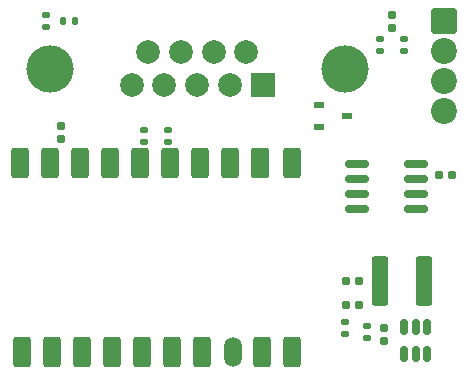
<source format=gbr>
%TF.GenerationSoftware,KiCad,Pcbnew,9.0.6*%
%TF.CreationDate,2025-11-22T18:42:50-05:00*%
%TF.ProjectId,ESP32C6-2,45535033-3243-4362-9d32-2e6b69636164,rev?*%
%TF.SameCoordinates,Original*%
%TF.FileFunction,Soldermask,Top*%
%TF.FilePolarity,Negative*%
%FSLAX46Y46*%
G04 Gerber Fmt 4.6, Leading zero omitted, Abs format (unit mm)*
G04 Created by KiCad (PCBNEW 9.0.6) date 2025-11-22 18:42:50*
%MOMM*%
%LPD*%
G01*
G04 APERTURE LIST*
G04 Aperture macros list*
%AMRoundRect*
0 Rectangle with rounded corners*
0 $1 Rounding radius*
0 $2 $3 $4 $5 $6 $7 $8 $9 X,Y pos of 4 corners*
0 Add a 4 corners polygon primitive as box body*
4,1,4,$2,$3,$4,$5,$6,$7,$8,$9,$2,$3,0*
0 Add four circle primitives for the rounded corners*
1,1,$1+$1,$2,$3*
1,1,$1+$1,$4,$5*
1,1,$1+$1,$6,$7*
1,1,$1+$1,$8,$9*
0 Add four rect primitives between the rounded corners*
20,1,$1+$1,$2,$3,$4,$5,0*
20,1,$1+$1,$4,$5,$6,$7,0*
20,1,$1+$1,$6,$7,$8,$9,0*
20,1,$1+$1,$8,$9,$2,$3,0*%
G04 Aperture macros list end*
%ADD10RoundRect,0.135000X-0.185000X0.135000X-0.185000X-0.135000X0.185000X-0.135000X0.185000X0.135000X0*%
%ADD11RoundRect,0.155000X-0.155000X0.212500X-0.155000X-0.212500X0.155000X-0.212500X0.155000X0.212500X0*%
%ADD12C,4.000000*%
%ADD13R,2.000000X2.000000*%
%ADD14C,2.000000*%
%ADD15RoundRect,0.225000X0.525000X-1.045000X0.525000X1.045000X-0.525000X1.045000X-0.525000X-1.045000X0*%
%ADD16RoundRect,0.150000X0.600000X-1.120000X0.600000X1.120000X-0.600000X1.120000X-0.600000X-1.120000X0*%
%ADD17RoundRect,0.750000X0.000010X-0.520000X0.000010X0.520000X-0.000010X0.520000X-0.000010X-0.520000X0*%
%ADD18RoundRect,0.135000X0.185000X-0.135000X0.185000X0.135000X-0.185000X0.135000X-0.185000X-0.135000X0*%
%ADD19RoundRect,0.135000X-0.135000X-0.185000X0.135000X-0.185000X0.135000X0.185000X-0.135000X0.185000X0*%
%ADD20R,0.901700X0.482600*%
%ADD21RoundRect,0.155000X0.155000X-0.212500X0.155000X0.212500X-0.155000X0.212500X-0.155000X-0.212500X0*%
%ADD22RoundRect,0.155000X0.212500X0.155000X-0.212500X0.155000X-0.212500X-0.155000X0.212500X-0.155000X0*%
%ADD23RoundRect,0.150000X-0.150000X0.512500X-0.150000X-0.512500X0.150000X-0.512500X0.150000X0.512500X0*%
%ADD24RoundRect,0.249999X-0.450001X-1.850001X0.450001X-1.850001X0.450001X1.850001X-0.450001X1.850001X0*%
%ADD25RoundRect,0.249999X-0.850001X0.850001X-0.850001X-0.850001X0.850001X-0.850001X0.850001X0.850001X0*%
%ADD26C,2.200000*%
%ADD27RoundRect,0.150000X0.825000X0.150000X-0.825000X0.150000X-0.825000X-0.150000X0.825000X-0.150000X0*%
G04 APERTURE END LIST*
D10*
%TO.C,R8*%
X141000000Y-74510000D03*
X141000000Y-73490000D03*
%TD*%
D11*
%TO.C,C2*%
X144352572Y-73968028D03*
X144352572Y-75103028D03*
%TD*%
D12*
%TO.C,J1*%
X141000000Y-52000000D03*
X116000000Y-52000000D03*
D13*
X134040000Y-53420000D03*
D14*
X131270000Y-53420000D03*
X128500000Y-53420000D03*
X125730000Y-53420000D03*
X122960000Y-53420000D03*
X132655000Y-50580000D03*
X129885000Y-50580000D03*
X127115000Y-50580000D03*
X124345000Y-50580000D03*
%TD*%
D15*
%TO.C,U1*%
X113500000Y-60000000D03*
X121120000Y-60000000D03*
X118580000Y-60000000D03*
X123660000Y-60000000D03*
X116040000Y-60000000D03*
X126200000Y-60000000D03*
X131280000Y-60000000D03*
X128740000Y-60000000D03*
X136500000Y-60000000D03*
D16*
X133820000Y-60000000D03*
D15*
X121300000Y-76000000D03*
X136500000Y-76000000D03*
X134000000Y-76000000D03*
D17*
X131500000Y-76000000D03*
D15*
X128920000Y-76000000D03*
X126380000Y-76000000D03*
X123840000Y-76000000D03*
X118760000Y-76000000D03*
X116220000Y-76000000D03*
X113680000Y-76000000D03*
%TD*%
D18*
%TO.C,R7*%
X142906730Y-74777764D03*
X142906730Y-73757764D03*
%TD*%
D10*
%TO.C,R6*%
X115680000Y-47490000D03*
X115680000Y-48510000D03*
%TD*%
D19*
%TO.C,R5*%
X117170000Y-48000000D03*
X118190000Y-48000000D03*
%TD*%
D18*
%TO.C,R4*%
X144000000Y-50510000D03*
X144000000Y-49490000D03*
%TD*%
D10*
%TO.C,R3*%
X146000000Y-49490000D03*
X146000000Y-50510000D03*
%TD*%
D18*
%TO.C,R2*%
X124000000Y-58190000D03*
X124000000Y-57170000D03*
%TD*%
D10*
%TO.C,R1*%
X126000000Y-57170000D03*
X126000000Y-58190000D03*
%TD*%
D20*
%TO.C,CR1*%
X138850650Y-55049999D03*
X138850650Y-56950001D03*
X141149350Y-56000000D03*
%TD*%
D21*
%TO.C,C4*%
X117000000Y-58000000D03*
X117000000Y-56865000D03*
%TD*%
D22*
%TO.C,C5*%
X142226383Y-72000000D03*
X141091383Y-72000000D03*
%TD*%
%TO.C,C3*%
X141091383Y-70000000D03*
X142226383Y-70000000D03*
%TD*%
D23*
%TO.C,U3*%
X147950000Y-73862500D03*
X147000000Y-73862500D03*
X146050000Y-73862500D03*
X146050000Y-76137500D03*
X147000000Y-76137500D03*
X147950000Y-76137500D03*
%TD*%
D22*
%TO.C,C6*%
X148957500Y-61000000D03*
X150092500Y-61000000D03*
%TD*%
D24*
%TO.C,L1*%
X144000000Y-70000000D03*
X147700000Y-70000000D03*
%TD*%
D21*
%TO.C,C1*%
X145000000Y-48567500D03*
X145000000Y-47432500D03*
%TD*%
D25*
%TO.C,J2*%
X149367500Y-48000000D03*
D26*
X149367500Y-50540000D03*
X149367500Y-53080000D03*
X149367500Y-55620000D03*
%TD*%
D27*
%TO.C,U2*%
X147000000Y-63905000D03*
X147000000Y-62635000D03*
X147000000Y-61365000D03*
X147000000Y-60095000D03*
X142050000Y-60095000D03*
X142050000Y-61365000D03*
X142050000Y-62635000D03*
X142050000Y-63905000D03*
%TD*%
M02*

</source>
